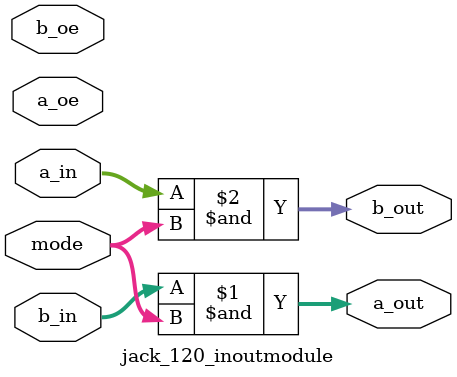
<source format=v>
module  jack_120_inoutmodule
(
input   wire [59: 0]  a_in,
input   wire          a_oe,
input   wire [59: 0]  b_in,
input   wire          b_oe,
output  wire [59: 0]  a_out,
output  wire [59: 0]  b_out,
input   wire [59: 0]  mode
);

assign a_out = b_in & mode;
assign b_out = a_in & mode;
   
endmodule
</source>
